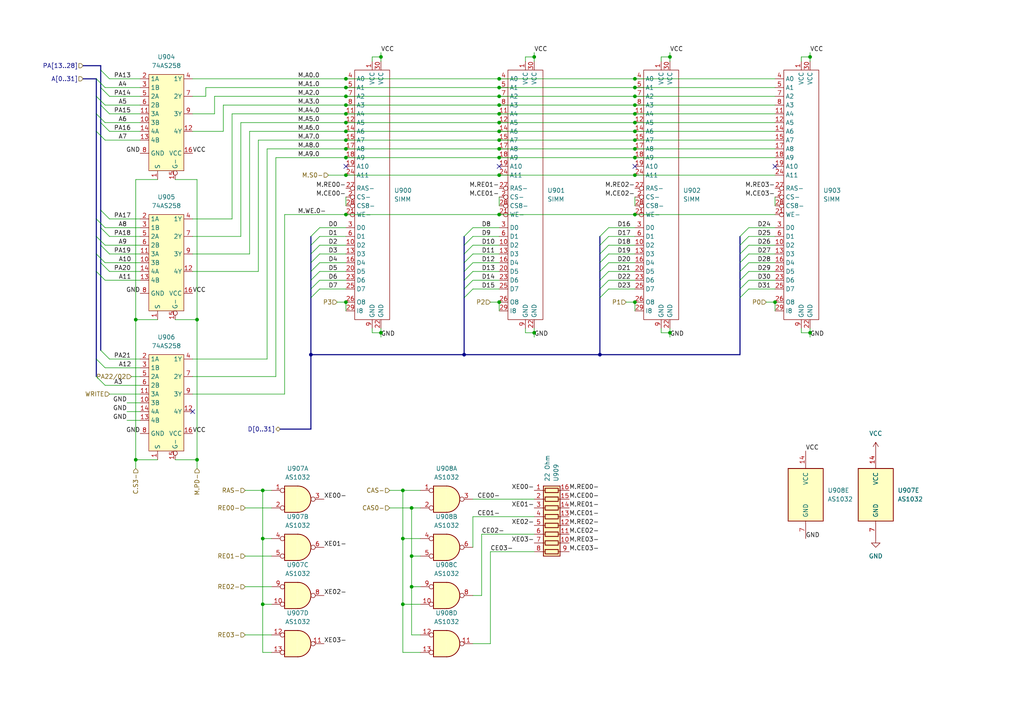
<source format=kicad_sch>
(kicad_sch (version 20231120) (generator "eeschema") (generator_version "8.0")
  (paper "A4")
  (title_block (title "SIMMS 0-4MB") (date "2025-03-07") (rev "1"))
  (lib_symbols
    (symbol "Device:R_Pack08" (pin_names (offset 0) hide)
      (property "Reference" "RN" (at -12.7 0 90))
      (property "Value" "R_Pack08" (at 10.16 0 90))
      (symbol "R_Pack08_0_1"
        (rectangle (start -11.43 -2.413) (end 8.89 2.413) (stroke (width 0.254)) (fill (type background)))
        (rectangle (start -10.795 1.905) (end -9.525 -1.905) (stroke (width 0.254)))
        (rectangle (start -8.255 1.905) (end -6.985 -1.905) (stroke (width 0.254)))
        (rectangle (start -5.715 1.905) (end -4.445 -1.905) (stroke (width 0.254)))
        (rectangle (start -3.175 1.905) (end -1.905 -1.905) (stroke (width 0.254)))
        (rectangle (start -0.635 1.905) (end 0.635 -1.905) (stroke (width 0.254)))
        (polyline (pts (xy -10.16 -2.54) (xy -10.16 -1.905)))
        (polyline (pts (xy -10.16 1.905) (xy -10.16 2.54)))
        (polyline (pts (xy -7.62 -2.54) (xy -7.62 -1.905)))
        (polyline (pts (xy -7.62 1.905) (xy -7.62 2.54)))
        (polyline (pts (xy -5.08 -2.54) (xy -5.08 -1.905)))
        (polyline (pts (xy -5.08 1.905) (xy -5.08 2.54)))
        (polyline (pts (xy -2.54 -2.54) (xy -2.54 -1.905)))
        (polyline (pts (xy -2.54 1.905) (xy -2.54 2.54)))
        (polyline (pts (xy 0 -2.54) (xy 0 -1.905)))
        (polyline (pts (xy 0 1.905) (xy 0 2.54)))
        (polyline (pts (xy 2.54 -2.54) (xy 2.54 -1.905)))
        (polyline (pts (xy 2.54 1.905) (xy 2.54 2.54)))
        (polyline (pts (xy 5.08 -2.54) (xy 5.08 -1.905)))
        (polyline (pts (xy 5.08 1.905) (xy 5.08 2.54)))
        (polyline (pts (xy 7.62 -2.54) (xy 7.62 -1.905)))
        (polyline (pts (xy 7.62 1.905) (xy 7.62 2.54)))
        (rectangle (start 1.905 1.905) (end 3.175 -1.905) (stroke (width 0.254)))
        (rectangle (start 4.445 1.905) (end 5.715 -1.905) (stroke (width 0.254)))
        (rectangle (start 6.985 1.905) (end 8.255 -1.905) (stroke (width 0.254)))
      )
      (symbol "R_Pack08_1_1"
        (pin passive line (at -10.16 -5.08 90) (length 2.54) (name "R1.1") (number "1"))
        (pin passive line (at 5.08 5.08 270) (length 2.54) (name "R7.2") (number "10"))
        (pin passive line (at 2.54 5.08 270) (length 2.54) (name "R6.2") (number "11"))
        (pin passive line (at 0 5.08 270) (length 2.54) (name "R5.2") (number "12"))
        (pin passive line (at -2.54 5.08 270) (length 2.54) (name "R4.2") (number "13"))
        (pin passive line (at -5.08 5.08 270) (length 2.54) (name "R3.2") (number "14"))
        (pin passive line (at -7.62 5.08 270) (length 2.54) (name "R2.2") (number "15"))
        (pin passive line (at -10.16 5.08 270) (length 2.54) (name "R1.2") (number "16"))
        (pin passive line (at -7.62 -5.08 90) (length 2.54) (name "R2.1") (number "2"))
        (pin passive line (at -5.08 -5.08 90) (length 2.54) (name "R3.1") (number "3"))
        (pin passive line (at -2.54 -5.08 90) (length 2.54) (name "R4.1") (number "4"))
        (pin passive line (at 0 -5.08 90) (length 2.54) (name "R5.1") (number "5"))
        (pin passive line (at 2.54 -5.08 90) (length 2.54) (name "R6.1") (number "6"))
        (pin passive line (at 5.08 -5.08 90) (length 2.54) (name "R7.1") (number "7"))
        (pin passive line (at 7.62 -5.08 90) (length 2.54) (name "R8.1") (number "8"))
        (pin passive line (at 7.62 5.08 270) (length 2.54) (name "R8.2") (number "9"))
      )
    )
    (symbol "custom:74AS1032" (pin_names (offset 1.016))
      (property "Reference" "U" (at 0 1.27 0))
      (property "Value" "AS1032" (at 0 -1.27 0))
      (symbol "74AS1032_1_1"
        (arc (start 0 -3.81) (mid 3.7934 0) (end 0 3.81) (stroke (width 0.254)) (fill (type background)))
        (polyline (pts (xy 0 3.81) (xy -3.81 3.81) (xy -3.81 -3.81) (xy 0 -3.81)) (stroke (width 0.254)) (fill (type background)))
        (pin input inverted (at -7.62 2.54 0) (length 3.81) (name "~") (number "1"))
        (pin input inverted (at -7.62 -2.54 0) (length 3.81) (name "~") (number "2"))
        (pin output inverted (at 7.62 0 180) (length 3.81) (name "~") (number "3"))
      )
      (symbol "74AS1032_1_2"
        (arc (start -3.81 -3.81) (mid -2.589 0) (end -3.81 3.81) (stroke (width 0.254)))
        (arc (start -0.6096 -3.81) (mid 2.1842 -2.5851) (end 3.81 0) (stroke (width 0.254)) (fill (type background)))
        (polyline (pts (xy -3.81 -3.81) (xy -0.635 -3.81)) (stroke (width 0.254)) (fill (type background)))
        (polyline (pts (xy -3.81 3.81) (xy -0.635 3.81)) (stroke (width 0.254)) (fill (type background)))
        (polyline (pts (xy -0.635 3.81) (xy -3.81 3.81) (xy -3.81 3.81) (xy -3.556 3.4036) (xy -3.0226 2.2606) (xy -2.6924 1.0414) (xy -2.6162 -0.254) (xy -2.7686 -1.4986) (xy -3.175 -2.7178) (xy -3.81 -3.81) (xy -3.81 -3.81) (xy -0.635 -3.81)) (stroke (width -25.4)) (fill (type background)))
        (arc (start 3.81 0) (mid 2.1915 2.5936) (end -0.6096 3.81) (stroke (width 0.254)) (fill (type background)))
        (pin input inverted (at -7.62 2.54 0) (length 4.318) (name "~") (number "1"))
        (pin input inverted (at -7.62 -2.54 0) (length 4.318) (name "~") (number "2"))
        (pin output line (at 7.62 0 180) (length 3.81) (name "~") (number "3"))
      )
      (symbol "74AS1032_2_1"
        (arc (start 0 -3.81) (mid 3.7934 0) (end 0 3.81) (stroke (width 0.254)) (fill (type background)))
        (polyline (pts (xy 0 3.81) (xy -3.81 3.81) (xy -3.81 -3.81) (xy 0 -3.81)) (stroke (width 0.254)) (fill (type background)))
        (pin input inverted (at -7.62 2.54 0) (length 3.81) (name "~") (number "4"))
        (pin input inverted (at -7.62 -2.54 0) (length 3.81) (name "~") (number "5"))
        (pin output inverted (at 7.62 0 180) (length 3.81) (name "~") (number "6"))
      )
      (symbol "74AS1032_2_2"
        (arc (start -3.81 -3.81) (mid -2.589 0) (end -3.81 3.81) (stroke (width 0.254)))
        (arc (start -0.6096 -3.81) (mid 2.1842 -2.5851) (end 3.81 0) (stroke (width 0.254)) (fill (type background)))
        (polyline (pts (xy -3.81 -3.81) (xy -0.635 -3.81)) (stroke (width 0.254)) (fill (type background)))
        (polyline (pts (xy -3.81 3.81) (xy -0.635 3.81)) (stroke (width 0.254)) (fill (type background)))
        (polyline (pts (xy -0.635 3.81) (xy -3.81 3.81) (xy -3.81 3.81) (xy -3.556 3.4036) (xy -3.0226 2.2606) (xy -2.6924 1.0414) (xy -2.6162 -0.254) (xy -2.7686 -1.4986) (xy -3.175 -2.7178) (xy -3.81 -3.81) (xy -3.81 -3.81) (xy -0.635 -3.81)) (stroke (width -25.4)) (fill (type background)))
        (arc (start 3.81 0) (mid 2.1915 2.5936) (end -0.6096 3.81) (stroke (width 0.254)) (fill (type background)))
        (pin input inverted (at -7.62 2.54 0) (length 4.318) (name "~") (number "4"))
        (pin input inverted (at -7.62 -2.54 0) (length 4.318) (name "~") (number "5"))
        (pin output line (at 7.62 0 180) (length 3.81) (name "~") (number "6"))
      )
      (symbol "74AS1032_3_1"
        (arc (start 0 -3.81) (mid 3.7934 0) (end 0 3.81) (stroke (width 0.254)) (fill (type background)))
        (polyline (pts (xy 0 3.81) (xy -3.81 3.81) (xy -3.81 -3.81) (xy 0 -3.81)) (stroke (width 0.254)) (fill (type background)))
        (pin input inverted (at -7.62 -2.54 0) (length 3.81) (name "~") (number "10"))
        (pin output inverted (at 7.62 0 180) (length 3.81) (name "~") (number "8"))
        (pin input inverted (at -7.62 2.54 0) (length 3.81) (name "~") (number "9"))
      )
      (symbol "74AS1032_3_2"
        (arc (start -3.81 -3.81) (mid -2.589 0) (end -3.81 3.81) (stroke (width 0.254)))
        (arc (start -0.6096 -3.81) (mid 2.1842 -2.5851) (end 3.81 0) (stroke (width 0.254)) (fill (type background)))
        (polyline (pts (xy -3.81 -3.81) (xy -0.635 -3.81)) (stroke (width 0.254)) (fill (type background)))
        (polyline (pts (xy -3.81 3.81) (xy -0.635 3.81)) (stroke (width 0.254)) (fill (type background)))
        (polyline (pts (xy -0.635 3.81) (xy -3.81 3.81) (xy -3.81 3.81) (xy -3.556 3.4036) (xy -3.0226 2.2606) (xy -2.6924 1.0414) (xy -2.6162 -0.254) (xy -2.7686 -1.4986) (xy -3.175 -2.7178) (xy -3.81 -3.81) (xy -3.81 -3.81) (xy -0.635 -3.81)) (stroke (width -25.4)) (fill (type background)))
        (arc (start 3.81 0) (mid 2.1915 2.5936) (end -0.6096 3.81) (stroke (width 0.254)) (fill (type background)))
        (pin input inverted (at -7.62 -2.54 0) (length 4.318) (name "~") (number "10"))
        (pin output line (at 7.62 0 180) (length 3.81) (name "~") (number "8"))
        (pin input inverted (at -7.62 2.54 0) (length 4.318) (name "~") (number "9"))
      )
      (symbol "74AS1032_4_1"
        (arc (start 0 -3.81) (mid 3.7934 0) (end 0 3.81) (stroke (width 0.254)) (fill (type background)))
        (polyline (pts (xy 0 3.81) (xy -3.81 3.81) (xy -3.81 -3.81) (xy 0 -3.81)) (stroke (width 0.254)) (fill (type background)))
        (pin output inverted (at 7.62 0 180) (length 3.81) (name "~") (number "11"))
        (pin input inverted (at -7.62 2.54 0) (length 3.81) (name "~") (number "12"))
        (pin input inverted (at -7.62 -2.54 0) (length 3.81) (name "~") (number "13"))
      )
      (symbol "74AS1032_4_2"
        (arc (start -3.81 -3.81) (mid -2.589 0) (end -3.81 3.81) (stroke (width 0.254)))
        (arc (start -0.6096 -3.81) (mid 2.1842 -2.5851) (end 3.81 0) (stroke (width 0.254)) (fill (type background)))
        (polyline (pts (xy -3.81 -3.81) (xy -0.635 -3.81)) (stroke (width 0.254)) (fill (type background)))
        (polyline (pts (xy -3.81 3.81) (xy -0.635 3.81)) (stroke (width 0.254)) (fill (type background)))
        (polyline (pts (xy -0.635 3.81) (xy -3.81 3.81) (xy -3.81 3.81) (xy -3.556 3.4036) (xy -3.0226 2.2606) (xy -2.6924 1.0414) (xy -2.6162 -0.254) (xy -2.7686 -1.4986) (xy -3.175 -2.7178) (xy -3.81 -3.81) (xy -3.81 -3.81) (xy -0.635 -3.81)) (stroke (width -25.4)) (fill (type background)))
        (arc (start 3.81 0) (mid 2.1915 2.5936) (end -0.6096 3.81) (stroke (width 0.254)) (fill (type background)))
        (pin output line (at 7.62 0 180) (length 3.81) (name "~") (number "11"))
        (pin input inverted (at -7.62 2.54 0) (length 4.318) (name "~") (number "12"))
        (pin input inverted (at -7.62 -2.54 0) (length 4.318) (name "~") (number "13"))
      )
      (symbol "74AS1032_5_0"
        (pin power_in line (at 0 12.7 270) (length 5.08) (name "VCC") (number "14"))
        (pin power_in line (at 0 -12.7 90) (length 5.08) (name "GND") (number "7"))
      )
      (symbol "74AS1032_5_1"
        (rectangle (start -5.08 7.62) (end 5.08 -7.62) (stroke (width 0.254)) (fill (type background)))
      )
    )
    (symbol "custom:74AS258"
      (property "Reference" "U" (at 0 2.286 0))
      (property "Value" "74AS258" (at 0 0 0))
      (symbol "74AS258_1_1"
        (rectangle (start -5.08 -1.27) (end 5.08 -29.21) (fill (type background)))
        (pin input line (at -2.54 -31.75 90) (length 2.54) (name "S") (number "1"))
        (pin input line (at -7.62 -15.24 0) (length 2.54) (name "3B") (number "10"))
        (pin input line (at -7.62 -12.7 0) (length 2.54) (name "3A") (number "11"))
        (pin output line (at 7.62 -17.78 180) (length 2.54) (name "4Y") (number "12"))
        (pin input line (at -7.62 -20.32 0) (length 2.54) (name "4B") (number "13"))
        (pin input line (at -7.62 -17.78 0) (length 2.54) (name "4A") (number "14"))
        (pin input inverted (at 2.54 -31.75 90) (length 2.54) (name "G-") (number "15"))
        (pin power_in line (at 7.62 -24.13 180) (length 2.54) (name "VCC") (number "16"))
        (pin input line (at -7.62 -2.54 0) (length 2.54) (name "1A") (number "2"))
        (pin input line (at -7.62 -5.08 0) (length 2.54) (name "1B") (number "3"))
        (pin output line (at 7.62 -2.54 180) (length 2.54) (name "1Y") (number "4"))
        (pin input line (at -7.62 -7.62 0) (length 2.54) (name "2A") (number "5"))
        (pin input line (at -7.62 -10.16 0) (length 2.54) (name "2B") (number "6"))
        (pin output line (at 7.62 -7.62 180) (length 2.54) (name "2Y") (number "7"))
        (pin power_in line (at -7.62 -24.13 0) (length 2.54) (name "GND") (number "8"))
        (pin output line (at 7.62 -12.7 180) (length 2.54) (name "3Y") (number "9"))
      )
    )
    (symbol "custom:SIMM_30"
      (property "Reference" "U" (at 8.382 -1.27 0))
      (property "Value" "SIMM" (at -1.524 0 0))
      (symbol "SIMM_30_0_1"
        (rectangle (start -2.54 -2.54) (end 7.62 -74.93))
      )
      (symbol "SIMM_30_1_1"
        (pin power_in line (at 2.54 0 270) (length 2.54) (name "VCC") (number "1"))
        (pin bidirectional line (at -5.08 -53.34 0) (length 2.54) (name "D2") (number "10"))
        (pin input line (at -5.08 -15.24 0) (length 2.54) (name "A4") (number "11"))
        (pin input line (at -5.08 -17.78 0) (length 2.54) (name "A5") (number "12"))
        (pin bidirectional line (at -5.08 -55.88 0) (length 2.54) (name "D3") (number "13"))
        (pin input line (at -5.08 -20.32 0) (length 2.54) (name "A6") (number "14"))
        (pin input line (at -5.08 -22.86 0) (length 2.54) (name "A7") (number "15"))
        (pin bidirectional line (at -5.08 -58.42 0) (length 2.54) (name "D4") (number "16"))
        (pin input line (at -5.08 -25.4 0) (length 2.54) (name "A8") (number "17"))
        (pin input line (at -5.08 -27.94 0) (length 2.54) (name "A9") (number "18"))
        (pin input line (at -5.08 -30.48 0) (length 2.54) (name "A10") (number "19"))
        (pin input inverted (at -5.08 -39.37 0) (length 2.54) (name "CS-") (number "2"))
        (pin bidirectional line (at -5.08 -60.96 0) (length 2.54) (name "D5") (number "20"))
        (pin input inverted (at -5.08 -44.45 0) (length 2.54) (name "WE-") (number "21"))
        (pin power_in line (at 5.08 -77.47 90) (length 2.54) (name "GND") (number "22"))
        (pin bidirectional line (at -5.08 -63.5 0) (length 2.54) (name "D6") (number "23"))
        (pin input line (at -5.08 -33.02 0) (length 2.54) (name "A11") (number "24"))
        (pin bidirectional line (at -5.08 -66.04 0) (length 2.54) (name "D7") (number "25"))
        (pin output line (at -5.08 -69.85 0) (length 2.54) (name "O8") (number "26"))
        (pin input inverted (at -5.08 -36.83 0) (length 2.54) (name "RAS-") (number "27"))
        (pin input inverted (at -5.08 -41.91 0) (length 2.54) (name "CS8-") (number "28"))
        (pin input line (at -5.08 -72.39 0) (length 2.54) (name "I8") (number "29"))
        (pin bidirectional line (at -5.08 -48.26 0) (length 2.54) (name "D0") (number "3"))
        (pin power_in line (at 5.08 0 270) (length 2.54) (name "VCC") (number "30"))
        (pin input line (at -5.08 -5.08 0) (length 2.54) (name "A0") (number "4"))
        (pin input line (at -5.08 -7.62 0) (length 2.54) (name "A1") (number "5"))
        (pin bidirectional line (at -5.08 -50.8 0) (length 2.54) (name "D1") (number "6"))
        (pin input line (at -5.08 -10.16 0) (length 2.54) (name "A2") (number "7"))
        (pin input line (at -5.08 -12.7 0) (length 2.54) (name "A3") (number "8"))
        (pin power_in line (at 2.54 -77.47 90) (length 2.54) (name "GND") (number "9"))
      )
    )
    (symbol "power:GND" (power) (pin_numbers hide) (pin_names (offset 0) hide)
      (property "Value" "GND" (at 0 -3.81 0))
      (symbol "GND_0_1"
        (polyline (pts (xy 0 0) (xy 0 -1.27) (xy 1.27 -1.27) (xy 0 -2.54) (xy -1.27 -1.27) (xy 0 -1.27)))
      )
      (symbol "GND_1_1"
        (pin power_in line (at 0 0 270) (length 0) (name "~") (number "1"))
      )
    )
    (symbol "power:VCC" (power) (pin_numbers hide) (pin_names (offset 0) hide)
      (property "Value" "VCC" (at 0 3.556 0))
      (symbol "VCC_0_1"
        (polyline (pts (xy -0.762 1.27) (xy 0 2.54)))
        (polyline (pts (xy 0 0) (xy 0 2.54)))
        (polyline (pts (xy 0 2.54) (xy 0.762 1.27)))
      )
      (symbol "VCC_1_1"
        (pin power_in line (at 0 0 90) (length 0) (name "~") (number "1"))
      )
    )
  )
  (junction (at 100.33 87.63))
  (junction (at 144.78 40.64))
  (junction (at 100.33 40.64))
  (junction (at 144.78 25.4))
  (junction (at 154.94 16.51))
  (junction (at 184.15 50.8))
  (junction (at 144.78 30.48))
  (junction (at 57.15 92.71))
  (junction (at 76.2 175.26))
  (junction (at 119.38 161.29))
  (junction (at 100.33 35.56))
  (junction (at 110.49 96.52))
  (junction (at 39.37 133.35))
  (junction (at 144.78 35.56))
  (junction (at 110.49 16.51))
  (junction (at 184.15 62.23))
  (junction (at 234.95 16.51))
  (junction (at 144.78 33.02))
  (junction (at 173.99 102.87))
  (junction (at 144.78 22.86))
  (junction (at 144.78 45.72))
  (junction (at 184.15 43.18))
  (junction (at 100.33 27.94))
  (junction (at 144.78 87.63))
  (junction (at 100.33 62.23))
  (junction (at 100.33 22.86))
  (junction (at 116.84 175.26))
  (junction (at 76.2 142.24))
  (junction (at 184.15 45.72))
  (junction (at 39.37 92.71))
  (junction (at 100.33 30.48))
  (junction (at 119.38 147.32))
  (junction (at 144.78 50.8))
  (junction (at 184.15 30.48))
  (junction (at 184.15 40.64))
  (junction (at 184.15 87.63))
  (junction (at 184.15 27.94))
  (junction (at 194.31 96.52))
  (junction (at 144.78 38.1))
  (junction (at 100.33 33.02))
  (junction (at 194.31 16.51))
  (junction (at 100.33 25.4))
  (junction (at 116.84 156.21))
  (junction (at 116.84 142.24))
  (junction (at 154.94 96.52))
  (junction (at 234.95 96.52))
  (junction (at 119.38 170.18))
  (junction (at 184.15 22.86))
  (junction (at 134.62 102.87))
  (junction (at 100.33 45.72))
  (junction (at 144.78 43.18))
  (junction (at 184.15 38.1))
  (junction (at 57.15 133.35))
  (junction (at 184.15 33.02))
  (junction (at 100.33 43.18))
  (junction (at 224.79 87.63))
  (junction (at 184.15 25.4))
  (junction (at 100.33 38.1))
  (junction (at 100.33 50.8))
  (junction (at 144.78 27.94))
  (junction (at 144.78 62.23))
  (junction (at 76.2 156.21))
  (junction (at 90.17 102.87))
  (junction (at 184.15 35.56))
  (no_connect (at 224.79 48.26))
  (no_connect (at 55.88 119.38))
  (no_connect (at 100.33 48.26))
  (no_connect (at 184.15 48.26))
  (no_connect (at 144.78 48.26))
  (bus_entry (at 214.63 71.12) (size 2.54 -2.54))
  (bus_entry (at 27.94 27.94) (size 2.54 2.54))
  (bus_entry (at 134.62 71.12) (size 2.54 -2.54))
  (bus_entry (at 214.63 78.74) (size 2.54 -2.54))
  (bus_entry (at 134.62 86.36) (size 2.54 -2.54))
  (bus_entry (at 90.17 73.66) (size 2.54 -2.54))
  (bus_entry (at 134.62 83.82) (size 2.54 -2.54))
  (bus_entry (at 173.99 78.74) (size 2.54 -2.54))
  (bus_entry (at 214.63 81.28) (size 2.54 -2.54))
  (bus_entry (at 173.99 73.66) (size 2.54 -2.54))
  (bus_entry (at 29.21 30.48) (size 2.54 2.54))
  (bus_entry (at 29.21 76.2) (size 2.54 2.54))
  (bus_entry (at 134.62 76.2) (size 2.54 -2.54))
  (bus_entry (at 90.17 68.58) (size 2.54 -2.54))
  (bus_entry (at 90.17 81.28) (size 2.54 -2.54))
  (bus_entry (at 27.94 73.66) (size 2.54 2.54))
  (bus_entry (at 173.99 86.36) (size 2.54 -2.54))
  (bus_entry (at 27.94 68.58) (size 2.54 2.54))
  (bus_entry (at 29.21 71.12) (size 2.54 2.54))
  (bus_entry (at 27.94 104.14) (size 2.54 2.54))
  (bus_entry (at 134.62 78.74) (size 2.54 -2.54))
  (bus_entry (at 214.63 73.66) (size 2.54 -2.54))
  (bus_entry (at 90.17 83.82) (size 2.54 -2.54))
  (bus_entry (at 214.63 86.36) (size 2.54 -2.54))
  (bus_entry (at 134.62 73.66) (size 2.54 -2.54))
  (bus_entry (at 173.99 83.82) (size 2.54 -2.54))
  (bus_entry (at 29.21 25.4) (size 2.54 2.54))
  (bus_entry (at 173.99 68.58) (size 2.54 -2.54))
  (bus_entry (at 27.94 38.1) (size 2.54 2.54))
  (bus_entry (at 27.94 33.02) (size 2.54 2.54))
  (bus_entry (at 29.21 60.96) (size 2.54 2.54))
  (bus_entry (at 27.94 78.74) (size 2.54 2.54))
  (bus_entry (at 29.21 35.56) (size 2.54 2.54))
  (bus_entry (at 29.21 20.32) (size 2.54 2.54))
  (bus_entry (at 214.63 76.2) (size 2.54 -2.54))
  (bus_entry (at 90.17 76.2) (size 2.54 -2.54))
  (bus_entry (at 90.17 78.74) (size 2.54 -2.54))
  (bus_entry (at 214.63 83.82) (size 2.54 -2.54))
  (bus_entry (at 27.94 22.86) (size 2.54 2.54))
  (bus_entry (at 27.94 109.22) (size 2.54 2.54))
  (bus_entry (at 173.99 81.28) (size 2.54 -2.54))
  (bus_entry (at 29.21 66.04) (size 2.54 2.54))
  (bus_entry (at 90.17 71.12) (size 2.54 -2.54))
  (bus_entry (at 90.17 86.36) (size 2.54 -2.54))
  (bus_entry (at 173.99 76.2) (size 2.54 -2.54))
  (bus_entry (at 214.63 68.58) (size 2.54 -2.54))
  (bus_entry (at 134.62 68.58) (size 2.54 -2.54))
  (bus_entry (at 27.94 63.5) (size 2.54 2.54))
  (bus_entry (at 134.62 81.28) (size 2.54 -2.54))
  (bus_entry (at 173.99 71.12) (size 2.54 -2.54))
  (bus_entry (at 29.21 101.6) (size 2.54 2.54))
  (bus (pts (xy 134.62 86.36) (xy 134.62 102.87)))
  (wire (pts (xy 144.78 57.15) (xy 144.78 59.69)))
  (wire (pts (xy 100.33 40.64) (xy 144.78 40.64)))
  (bus (pts (xy 214.63 73.66) (xy 214.63 76.2)))
  (bus (pts (xy 29.21 25.4) (xy 29.21 20.32)))
  (wire (pts (xy 64.77 30.48) (xy 100.33 30.48)))
  (wire (pts (xy 76.2 175.26) (xy 76.2 189.23)))
  (wire (pts (xy 232.41 16.51) (xy 234.95 16.51)))
  (wire (pts (xy 69.85 68.58) (xy 69.85 35.56)))
  (wire (pts (xy 217.17 68.58) (xy 224.79 68.58)))
  (wire (pts (xy 191.77 96.52) (xy 194.31 96.52)))
  (wire (pts (xy 176.53 73.66) (xy 184.15 73.66)))
  (wire (pts (xy 92.71 68.58) (xy 100.33 68.58)))
  (wire (pts (xy 176.53 68.58) (xy 184.15 68.58)))
  (wire (pts (xy 76.2 142.24) (xy 78.74 142.24)))
  (wire (pts (xy 116.84 175.26) (xy 121.92 175.26)))
  (bus (pts (xy 27.94 104.14) (xy 27.94 78.74)))
  (wire (pts (xy 144.78 30.48) (xy 184.15 30.48)))
  (wire (pts (xy 144.78 33.02) (xy 184.15 33.02)))
  (wire (pts (xy 62.23 33.02) (xy 62.23 27.94)))
  (wire (pts (xy 95.25 50.8) (xy 100.33 50.8)))
  (wire (pts (xy 30.48 81.28) (xy 40.64 81.28)))
  (wire (pts (xy 217.17 71.12) (xy 224.79 71.12)))
  (wire (pts (xy 139.7 172.72) (xy 139.7 154.94)))
  (wire (pts (xy 142.24 186.69) (xy 142.24 160.02)))
  (wire (pts (xy 137.16 158.75) (xy 137.16 149.86)))
  (wire (pts (xy 97.79 87.63) (xy 100.33 87.63)))
  (wire (pts (xy 107.95 16.51) (xy 110.49 16.51)))
  (bus (pts (xy 29.21 35.56) (xy 29.21 30.48)))
  (wire (pts (xy 92.71 73.66) (xy 100.33 73.66)))
  (wire (pts (xy 31.75 73.66) (xy 40.64 73.66)))
  (wire (pts (xy 100.33 38.1) (xy 144.78 38.1)))
  (bus (pts (xy 27.94 109.22) (xy 27.94 104.14)))
  (wire (pts (xy 100.33 27.94) (xy 144.78 27.94)))
  (wire (pts (xy 137.16 76.2) (xy 144.78 76.2)))
  (bus (pts (xy 134.62 73.66) (xy 134.62 76.2)))
  (wire (pts (xy 137.16 78.74) (xy 144.78 78.74)))
  (wire (pts (xy 234.95 96.52) (xy 234.95 97.79)))
  (wire (pts (xy 57.15 52.07) (xy 57.15 92.71)))
  (wire (pts (xy 100.33 50.8) (xy 144.78 50.8)))
  (wire (pts (xy 71.12 170.18) (xy 78.74 170.18)))
  (bus (pts (xy 27.94 38.1) (xy 27.94 33.02)))
  (wire (pts (xy 76.2 142.24) (xy 76.2 156.21)))
  (bus (pts (xy 134.62 76.2) (xy 134.62 78.74)))
  (bus (pts (xy 173.99 78.74) (xy 173.99 81.28)))
  (wire (pts (xy 30.48 111.76) (xy 40.64 111.76)))
  (bus (pts (xy 214.63 68.58) (xy 214.63 71.12)))
  (wire (pts (xy 194.31 16.51) (xy 194.31 17.78)))
  (wire (pts (xy 55.88 63.5) (xy 67.31 63.5)))
  (bus (pts (xy 134.62 81.28) (xy 134.62 83.82)))
  (wire (pts (xy 71.12 184.15) (xy 78.74 184.15)))
  (wire (pts (xy 176.53 66.04) (xy 184.15 66.04)))
  (wire (pts (xy 72.39 38.1) (xy 100.33 38.1)))
  (bus (pts (xy 29.21 101.6) (xy 29.21 76.2)))
  (wire (pts (xy 30.48 106.68) (xy 40.64 106.68)))
  (bus (pts (xy 29.21 66.04) (xy 29.21 60.96)))
  (wire (pts (xy 176.53 83.82) (xy 184.15 83.82)))
  (wire (pts (xy 184.15 33.02) (xy 224.79 33.02)))
  (wire (pts (xy 224.79 57.15) (xy 224.79 59.69)))
  (wire (pts (xy 144.78 40.64) (xy 184.15 40.64)))
  (wire (pts (xy 232.41 96.52) (xy 234.95 96.52)))
  (wire (pts (xy 217.17 83.82) (xy 224.79 83.82)))
  (bus (pts (xy 90.17 81.28) (xy 90.17 83.82)))
  (wire (pts (xy 31.75 114.3) (xy 40.64 114.3)))
  (wire (pts (xy 184.15 22.86) (xy 224.79 22.86)))
  (bus (pts (xy 81.28 124.46) (xy 90.17 124.46)))
  (wire (pts (xy 82.55 114.3) (xy 82.55 62.23)))
  (wire (pts (xy 176.53 78.74) (xy 184.15 78.74)))
  (bus (pts (xy 24.13 22.86) (xy 27.94 22.86)))
  (wire (pts (xy 36.83 121.92) (xy 40.64 121.92)))
  (wire (pts (xy 55.88 104.14) (xy 77.47 104.14)))
  (wire (pts (xy 55.88 38.1) (xy 64.77 38.1)))
  (wire (pts (xy 119.38 184.15) (xy 121.92 184.15)))
  (wire (pts (xy 184.15 40.64) (xy 224.79 40.64)))
  (wire (pts (xy 137.16 66.04) (xy 144.78 66.04)))
  (wire (pts (xy 144.78 62.23) (xy 184.15 62.23)))
  (wire (pts (xy 184.15 45.72) (xy 224.79 45.72)))
  (wire (pts (xy 57.15 92.71) (xy 50.8 92.71)))
  (wire (pts (xy 217.17 81.28) (xy 224.79 81.28)))
  (wire (pts (xy 217.17 73.66) (xy 224.79 73.66)))
  (bus (pts (xy 29.21 60.96) (xy 29.21 35.56)))
  (wire (pts (xy 137.16 186.69) (xy 142.24 186.69)))
  (bus (pts (xy 173.99 102.87) (xy 214.63 102.87)))
  (wire (pts (xy 39.37 92.71) (xy 39.37 133.35)))
  (wire (pts (xy 144.78 50.8) (xy 184.15 50.8)))
  (bus (pts (xy 134.62 68.58) (xy 134.62 71.12)))
  (bus (pts (xy 90.17 68.58) (xy 90.17 71.12)))
  (wire (pts (xy 184.15 43.18) (xy 224.79 43.18)))
  (wire (pts (xy 139.7 154.94) (xy 154.94 154.94)))
  (bus (pts (xy 173.99 76.2) (xy 173.99 78.74)))
  (wire (pts (xy 74.93 40.64) (xy 100.33 40.64)))
  (wire (pts (xy 116.84 175.26) (xy 116.84 189.23)))
  (wire (pts (xy 76.2 189.23) (xy 78.74 189.23)))
  (wire (pts (xy 144.78 22.86) (xy 184.15 22.86)))
  (wire (pts (xy 92.71 66.04) (xy 100.33 66.04)))
  (wire (pts (xy 184.15 87.63) (xy 184.15 90.17)))
  (wire (pts (xy 217.17 76.2) (xy 224.79 76.2)))
  (wire (pts (xy 184.15 27.94) (xy 224.79 27.94)))
  (wire (pts (xy 55.88 68.58) (xy 69.85 68.58)))
  (wire (pts (xy 31.75 27.94) (xy 40.64 27.94)))
  (wire (pts (xy 72.39 73.66) (xy 72.39 38.1)))
  (bus (pts (xy 134.62 102.87) (xy 173.99 102.87)))
  (wire (pts (xy 59.69 27.94) (xy 59.69 25.4)))
  (wire (pts (xy 113.03 147.32) (xy 119.38 147.32)))
  (wire (pts (xy 76.2 175.26) (xy 78.74 175.26)))
  (bus (pts (xy 214.63 71.12) (xy 214.63 73.66)))
  (wire (pts (xy 137.16 149.86) (xy 154.94 149.86)))
  (wire (pts (xy 55.88 109.22) (xy 80.01 109.22)))
  (wire (pts (xy 59.69 25.4) (xy 100.33 25.4)))
  (wire (pts (xy 30.48 30.48) (xy 40.64 30.48)))
  (bus (pts (xy 27.94 68.58) (xy 27.94 63.5)))
  (wire (pts (xy 116.84 142.24) (xy 116.84 156.21)))
  (wire (pts (xy 144.78 38.1) (xy 184.15 38.1)))
  (wire (pts (xy 55.88 33.02) (xy 62.23 33.02)))
  (bus (pts (xy 90.17 86.36) (xy 90.17 102.87)))
  (wire (pts (xy 137.16 81.28) (xy 144.78 81.28)))
  (wire (pts (xy 39.37 133.35) (xy 39.37 135.89)))
  (bus (pts (xy 90.17 73.66) (xy 90.17 76.2)))
  (wire (pts (xy 119.38 161.29) (xy 121.92 161.29)))
  (wire (pts (xy 137.16 172.72) (xy 139.7 172.72)))
  (wire (pts (xy 76.2 156.21) (xy 78.74 156.21)))
  (wire (pts (xy 152.4 16.51) (xy 154.94 16.51)))
  (wire (pts (xy 110.49 95.25) (xy 110.49 96.52)))
  (wire (pts (xy 152.4 17.78) (xy 152.4 16.51)))
  (wire (pts (xy 100.33 25.4) (xy 144.78 25.4)))
  (wire (pts (xy 234.95 16.51) (xy 234.95 17.78)))
  (wire (pts (xy 76.2 156.21) (xy 76.2 175.26)))
  (bus (pts (xy 27.94 78.74) (xy 27.94 73.66)))
  (wire (pts (xy 31.75 33.02) (xy 40.64 33.02)))
  (bus (pts (xy 27.94 27.94) (xy 27.94 22.86)))
  (wire (pts (xy 107.95 17.78) (xy 107.95 16.51)))
  (bus (pts (xy 29.21 20.32) (xy 29.21 19.05)))
  (bus (pts (xy 90.17 102.87) (xy 134.62 102.87)))
  (wire (pts (xy 64.77 38.1) (xy 64.77 30.48)))
  (bus (pts (xy 29.21 30.48) (xy 29.21 25.4)))
  (wire (pts (xy 137.16 144.78) (xy 154.94 144.78)))
  (wire (pts (xy 144.78 35.56) (xy 184.15 35.56)))
  (wire (pts (xy 234.95 95.25) (xy 234.95 96.52)))
  (wire (pts (xy 100.33 45.72) (xy 144.78 45.72)))
  (wire (pts (xy 55.88 114.3) (xy 82.55 114.3)))
  (wire (pts (xy 191.77 16.51) (xy 194.31 16.51)))
  (wire (pts (xy 71.12 142.24) (xy 76.2 142.24)))
  (bus (pts (xy 27.94 63.5) (xy 27.94 38.1)))
  (wire (pts (xy 77.47 104.14) (xy 77.47 43.18)))
  (wire (pts (xy 119.38 147.32) (xy 119.38 161.29)))
  (wire (pts (xy 154.94 16.51) (xy 154.94 17.78)))
  (wire (pts (xy 39.37 52.07) (xy 39.37 92.71)))
  (wire (pts (xy 144.78 45.72) (xy 184.15 45.72)))
  (wire (pts (xy 31.75 104.14) (xy 40.64 104.14)))
  (wire (pts (xy 31.75 68.58) (xy 40.64 68.58)))
  (wire (pts (xy 110.49 16.51) (xy 110.49 17.78)))
  (wire (pts (xy 137.16 71.12) (xy 144.78 71.12)))
  (wire (pts (xy 92.71 83.82) (xy 100.33 83.82)))
  (wire (pts (xy 116.84 156.21) (xy 116.84 175.26)))
  (wire (pts (xy 38.1 109.22) (xy 40.64 109.22)))
  (wire (pts (xy 39.37 133.35) (xy 45.72 133.35)))
  (wire (pts (xy 80.01 109.22) (xy 80.01 45.72)))
  (wire (pts (xy 100.33 33.02) (xy 144.78 33.02)))
  (wire (pts (xy 119.38 170.18) (xy 121.92 170.18)))
  (bus (pts (xy 134.62 83.82) (xy 134.62 86.36)))
  (wire (pts (xy 144.78 27.94) (xy 184.15 27.94)))
  (wire (pts (xy 30.48 40.64) (xy 40.64 40.64)))
  (wire (pts (xy 119.38 170.18) (xy 119.38 184.15)))
  (wire (pts (xy 57.15 92.71) (xy 57.15 133.35)))
  (wire (pts (xy 71.12 147.32) (xy 78.74 147.32)))
  (bus (pts (xy 90.17 78.74) (xy 90.17 81.28)))
  (wire (pts (xy 50.8 52.07) (xy 57.15 52.07)))
  (wire (pts (xy 144.78 87.63) (xy 144.78 90.17)))
  (wire (pts (xy 184.15 57.15) (xy 184.15 59.69)))
  (wire (pts (xy 110.49 15.24) (xy 110.49 16.51)))
  (bus (pts (xy 173.99 71.12) (xy 173.99 73.66)))
  (wire (pts (xy 184.15 30.48) (xy 224.79 30.48)))
  (wire (pts (xy 30.48 35.56) (xy 40.64 35.56)))
  (bus (pts (xy 27.94 33.02) (xy 27.94 27.94)))
  (wire (pts (xy 107.95 96.52) (xy 110.49 96.52)))
  (wire (pts (xy 184.15 50.8) (xy 224.79 50.8)))
  (wire (pts (xy 92.71 78.74) (xy 100.33 78.74)))
  (wire (pts (xy 71.12 161.29) (xy 78.74 161.29)))
  (bus (pts (xy 214.63 76.2) (xy 214.63 78.74)))
  (bus (pts (xy 134.62 71.12) (xy 134.62 73.66)))
  (bus (pts (xy 29.21 71.12) (xy 29.21 66.04)))
  (wire (pts (xy 57.15 133.35) (xy 50.8 133.35)))
  (wire (pts (xy 100.33 22.86) (xy 144.78 22.86)))
  (wire (pts (xy 116.84 189.23) (xy 121.92 189.23)))
  (wire (pts (xy 31.75 22.86) (xy 40.64 22.86)))
  (wire (pts (xy 100.33 62.23) (xy 144.78 62.23)))
  (wire (pts (xy 30.48 66.04) (xy 40.64 66.04)))
  (wire (pts (xy 142.24 160.02) (xy 154.94 160.02)))
  (bus (pts (xy 90.17 102.87) (xy 90.17 124.46)))
  (wire (pts (xy 57.15 133.35) (xy 57.15 135.89)))
  (wire (pts (xy 137.16 83.82) (xy 144.78 83.82)))
  (wire (pts (xy 30.48 76.2) (xy 40.64 76.2)))
  (wire (pts (xy 232.41 95.25) (xy 232.41 96.52)))
  (wire (pts (xy 232.41 17.78) (xy 232.41 16.51)))
  (wire (pts (xy 194.31 15.24) (xy 194.31 16.51)))
  (wire (pts (xy 92.71 76.2) (xy 100.33 76.2)))
  (wire (pts (xy 80.01 45.72) (xy 100.33 45.72)))
  (wire (pts (xy 176.53 71.12) (xy 184.15 71.12)))
  (wire (pts (xy 100.33 43.18) (xy 144.78 43.18)))
  (wire (pts (xy 67.31 63.5) (xy 67.31 33.02)))
  (bus (pts (xy 173.99 81.28) (xy 173.99 83.82)))
  (wire (pts (xy 176.53 81.28) (xy 184.15 81.28)))
  (bus (pts (xy 29.21 76.2) (xy 29.21 71.12)))
  (wire (pts (xy 45.72 52.07) (xy 39.37 52.07)))
  (wire (pts (xy 184.15 35.56) (xy 224.79 35.56)))
  (wire (pts (xy 30.48 71.12) (xy 40.64 71.12)))
  (wire (pts (xy 116.84 156.21) (xy 121.92 156.21)))
  (bus (pts (xy 214.63 83.82) (xy 214.63 86.36)))
  (wire (pts (xy 154.94 96.52) (xy 154.94 97.79)))
  (wire (pts (xy 191.77 95.25) (xy 191.77 96.52)))
  (bus (pts (xy 134.62 78.74) (xy 134.62 81.28)))
  (wire (pts (xy 144.78 25.4) (xy 184.15 25.4)))
  (wire (pts (xy 36.83 116.84) (xy 40.64 116.84)))
  (wire (pts (xy 31.75 38.1) (xy 40.64 38.1)))
  (wire (pts (xy 82.55 62.23) (xy 100.33 62.23)))
  (wire (pts (xy 110.49 96.52) (xy 110.49 97.79)))
  (bus (pts (xy 214.63 86.36) (xy 214.63 102.87)))
  (wire (pts (xy 55.88 22.86) (xy 100.33 22.86)))
  (wire (pts (xy 154.94 15.24) (xy 154.94 16.51)))
  (wire (pts (xy 184.15 62.23) (xy 224.79 62.23)))
  (wire (pts (xy 31.75 78.74) (xy 40.64 78.74)))
  (wire (pts (xy 100.33 57.15) (xy 100.33 59.69)))
  (wire (pts (xy 100.33 30.48) (xy 144.78 30.48)))
  (wire (pts (xy 36.83 119.38) (xy 40.64 119.38)))
  (bus (pts (xy 173.99 68.58) (xy 173.99 71.12)))
  (wire (pts (xy 194.31 96.52) (xy 194.31 97.79)))
  (wire (pts (xy 62.23 27.94) (xy 100.33 27.94)))
  (wire (pts (xy 100.33 35.56) (xy 144.78 35.56)))
  (wire (pts (xy 77.47 43.18) (xy 100.33 43.18)))
  (wire (pts (xy 119.38 147.32) (xy 121.92 147.32)))
  (wire (pts (xy 144.78 43.18) (xy 184.15 43.18)))
  (bus (pts (xy 90.17 76.2) (xy 90.17 78.74)))
  (wire (pts (xy 31.75 63.5) (xy 40.64 63.5)))
  (wire (pts (xy 137.16 68.58) (xy 144.78 68.58)))
  (wire (pts (xy 92.71 81.28) (xy 100.33 81.28)))
  (wire (pts (xy 107.95 95.25) (xy 107.95 96.52)))
  (wire (pts (xy 184.15 38.1) (xy 224.79 38.1)))
  (wire (pts (xy 55.88 73.66) (xy 72.39 73.66)))
  (wire (pts (xy 30.48 25.4) (xy 40.64 25.4)))
  (wire (pts (xy 137.16 73.66) (xy 144.78 73.66)))
  (wire (pts (xy 194.31 95.25) (xy 194.31 96.52)))
  (wire (pts (xy 154.94 95.25) (xy 154.94 96.52)))
  (wire (pts (xy 142.24 87.63) (xy 144.78 87.63)))
  (wire (pts (xy 152.4 96.52) (xy 154.94 96.52)))
  (wire (pts (xy 191.77 17.78) (xy 191.77 16.51)))
  (wire (pts (xy 119.38 161.29) (xy 119.38 170.18)))
  (wire (pts (xy 222.25 87.63) (xy 224.79 87.63)))
  (wire (pts (xy 92.71 71.12) (xy 100.33 71.12)))
  (wire (pts (xy 113.03 142.24) (xy 116.84 142.24)))
  (wire (pts (xy 224.79 87.63) (xy 224.79 90.17)))
  (bus (pts (xy 90.17 83.82) (xy 90.17 86.36)))
  (wire (pts (xy 234.95 15.24) (xy 234.95 16.51)))
  (wire (pts (xy 74.93 78.74) (xy 74.93 40.64)))
  (wire (pts (xy 152.4 95.25) (xy 152.4 96.52)))
  (bus (pts (xy 214.63 78.74) (xy 214.63 81.28)))
  (wire (pts (xy 184.15 25.4) (xy 224.79 25.4)))
  (wire (pts (xy 69.85 35.56) (xy 100.33 35.56)))
  (wire (pts (xy 217.17 78.74) (xy 224.79 78.74)))
  (wire (pts (xy 176.53 76.2) (xy 184.15 76.2)))
  (wire (pts (xy 181.61 87.63) (xy 184.15 87.63)))
  (bus (pts (xy 173.99 83.82) (xy 173.99 86.36)))
  (wire (pts (xy 55.88 27.94) (xy 59.69 27.94)))
  (bus (pts (xy 24.13 19.05) (xy 29.21 19.05)))
  (bus (pts (xy 214.63 81.28) (xy 214.63 83.82)))
  (bus (pts (xy 27.94 73.66) (xy 27.94 68.58)))
  (wire (pts (xy 39.37 92.71) (xy 45.72 92.71)))
  (bus (pts (xy 173.99 73.66) (xy 173.99 76.2)))
  (bus (pts (xy 90.17 71.12) (xy 90.17 73.66)))
  (wire (pts (xy 55.88 78.74) (xy 74.93 78.74)))
  (wire (pts (xy 217.17 66.04) (xy 224.79 66.04)))
  (wire (pts (xy 100.33 87.63) (xy 100.33 90.17)))
  (wire (pts (xy 67.31 33.02) (xy 100.33 33.02)))
  (wire (pts (xy 116.84 142.24) (xy 121.92 142.24)))
  (bus (pts (xy 173.99 86.36) (xy 173.99 102.87)))
  (label "M.WE.0-" (at 86.36 62.23 0))
  (label "CE01-" (at 138.43 149.86 0))
  (label "D0" (at 95.25 66.04 0))
  (label "M.A5.0" (at 86.36 35.56 0))
  (label "M.RE01-" (at 165.1 147.32 0))
  (label "XE00-" (at 93.98 144.78 0))
  (label "A9" (at 36.83 71.12 180))
  (label "VCC" (at 55.88 125.73 0))
  (label "A5" (at 36.83 30.48 180))
  (label "GND" (at 110.49 97.79 0))
  (label "M.CE03-" (at 224.79 57.15 180))
  (label "A10" (at 38.1 76.2 180))
  (label "D13" (at 139.7 78.74 0))
  (label "GND" (at 154.94 97.79 0))
  (label "M.RE03-" (at 165.1 157.48 0))
  (label "D19" (at 179.07 73.66 0))
  (label "M.A3.0" (at 86.36 30.48 0))
  (label "D14" (at 139.7 81.28 0))
  (label "GND" (at 36.83 121.92 180))
  (label "VCC" (at 55.88 44.45 0))
  (label "A6" (at 36.83 35.56 180))
  (label "A4" (at 36.83 25.4 180))
  (label "D24" (at 219.71 66.04 0))
  (label "PA21" (at 33.02 104.14 0))
  (label "D1" (at 95.25 68.58 0))
  (label "M.A1.0" (at 86.36 25.4 0))
  (label "A12" (at 38.1 106.68 180))
  (label "PA18" (at 33.02 68.58 0))
  (label "M.A2.0" (at 86.36 27.94 0))
  (label "D28" (at 219.71 76.2 0))
  (label "GND" (at 40.64 125.73 180))
  (label "XE01-" (at 93.98 158.75 0))
  (label "D10" (at 139.7 71.12 0))
  (label "VCC" (at 154.94 15.24 0))
  (label "D5" (at 95.25 78.74 0))
  (label "D30" (at 219.71 81.28 0))
  (label "M.A0.0" (at 86.36 22.86 0))
  (label "XE02-" (at 93.98 172.72 0))
  (label "VCC" (at 110.49 15.24 0))
  (label "M.CE01-" (at 144.78 57.15 180))
  (label "XE03-" (at 93.98 186.69 0))
  (label "D16" (at 179.07 66.04 0))
  (label "M.A7.0" (at 86.36 40.64 0))
  (label "A11" (at 38.1 81.28 180))
  (label "D6" (at 95.25 81.28 0))
  (label "D27" (at 219.71 73.66 0))
  (label "GND" (at 36.83 116.84 180))
  (label "D15" (at 139.7 83.82 0))
  (label "D12" (at 139.7 76.2 0))
  (label "VCC" (at 55.88 85.09 0))
  (label "GND" (at 194.31 97.79 0))
  (label "M.A8.0" (at 86.36 43.18 0))
  (label "D7" (at 95.25 83.82 0))
  (label "CE03-" (at 142.24 160.02 0))
  (label "XE00-" (at 154.94 142.24 180))
  (label "D9" (at 139.7 68.58 0))
  (label "M.RE02-" (at 165.1 152.4 0))
  (label "D4" (at 95.25 76.2 0))
  (label "D31" (at 219.71 83.82 0))
  (label "M.CE00-" (at 100.33 57.15 180))
  (label "M.CE02-" (at 165.1 154.94 0))
  (label "PA14" (at 33.02 27.94 0))
  (label "GND" (at 234.95 97.79 0))
  (label "M.RE00-" (at 100.33 54.61 180))
  (label "PA19" (at 33.02 73.66 0))
  (label "M.CE01-" (at 165.1 149.86 0))
  (label "D2" (at 95.25 71.12 0))
  (label "A3" (at 35.56 111.76 180))
  (label "D18" (at 179.07 71.12 0))
  (label "XE01-" (at 154.94 147.32 180))
  (label "M.RE02-" (at 184.15 54.61 180))
  (label "D22" (at 179.07 81.28 0))
  (label "M.A4.0" (at 86.36 33.02 0))
  (label "M.CE00-" (at 165.1 144.78 0))
  (label "PA20" (at 33.02 78.74 0))
  (label "D3" (at 95.25 73.66 0))
  (label "D8" (at 139.7 66.04 0))
  (label "D29" (at 219.71 78.74 0))
  (label "M.A6.0" (at 86.36 38.1 0))
  (label "D26" (at 219.71 71.12 0))
  (label "GND" (at 36.83 119.38 180))
  (label "CE00-" (at 138.43 144.78 0))
  (label "PA16" (at 33.02 38.1 0))
  (label "PA15" (at 33.02 33.02 0))
  (label "VCC" (at 194.31 15.24 0))
  (label "M.CE02-" (at 184.15 57.15 180))
  (label "VCC" (at 234.95 15.24 0))
  (label "M.CE03-" (at 165.1 160.02 0))
  (label "M.RE03-" (at 224.79 54.61 180))
  (label "VCC" (at 233.68 130.81 0))
  (label "D23" (at 179.07 83.82 0))
  (label "D17" (at 179.07 68.58 0))
  (label "A8" (at 36.83 66.04 180))
  (label "GND" (at 40.64 85.09 180))
  (label "XE03-" (at 154.94 157.48 180))
  (label "D21" (at 179.07 78.74 0))
  (label "D20" (at 179.07 76.2 0))
  (label "XE02-" (at 154.94 152.4 180))
  (label "PA17" (at 33.02 63.5 0))
  (label "CE02-" (at 139.7 154.94 0))
  (label "D11" (at 139.7 73.66 0))
  (label "GND" (at 40.64 44.45 180))
  (label "M.RE01-" (at 144.78 54.61 180))
  (label "GND" (at 233.68 156.21 0))
  (label "D25" (at 219.71 68.58 0))
  (label "M.A9.0" (at 86.36 45.72 0))
  (label "A7" (at 36.83 40.64 180))
  (label "PA13" (at 33.02 22.86 0))
  (label "M.RE00-" (at 165.1 142.24 0))
  (hierarchical_label "M.PD-" (shape input) (at 57.15 135.89 270))
  (hierarchical_label "RAS-" (shape input) (at 71.12 142.24 180))
  (hierarchical_label "WRITE" (shape input) (at 31.75 114.3 180))
  (hierarchical_label "CAS0-" (shape input) (at 113.03 147.32 180))
  (hierarchical_label "RE01-" (shape input) (at 71.12 161.29 180))
  (hierarchical_label "A[0..31]" (shape input) (at 24.13 22.86 180))
  (hierarchical_label "P2" (shape input) (at 142.24 87.63 180))
  (hierarchical_label "P0" (shape input) (at 222.25 87.63 180))
  (hierarchical_label "CAS-" (shape input) (at 113.03 142.24 180))
  (hierarchical_label "M.S0-" (shape input) (at 95.25 50.8 180))
  (hierarchical_label "PA[13..28]" (shape input) (at 24.13 19.05 180))
  (hierarchical_label "RE03-" (shape input) (at 71.12 184.15 180))
  (hierarchical_label "PA22{slash}02" (shape input) (at 38.1 109.22 180))
  (hierarchical_label "P3" (shape input) (at 97.79 87.63 180))
  (hierarchical_label "RE00-" (shape input) (at 71.12 147.32 180))
  (hierarchical_label "C.S3-" (shape input) (at 39.37 135.89 270))
  (hierarchical_label "D[0..31]" (shape bidirectional) (at 81.28 124.46 180))
  (hierarchical_label "P1" (shape input) (at 181.61 87.63 180))
  (hierarchical_label "RE02-" (shape input) (at 71.12 170.18 180))
  (symbol (lib_id "custom:74AS1032") (at 129.54 144.78 0) (unit 1)
    (property "Reference" "U908" (at 129.5317 135.89 0))
    (property "Value" "AS1032" (at 129.5317 138.43 0))
    (property "Footprint" "Package_DIP:DIP-14_W7.62mm" (effects (hide yes)))
    (property "Datasheet" "https://www.ti.com/lit/ds/sdas072b/sdas072b.pdf" (effects (hide yes)))
    (property "Description" "quad 2-input OR buffer/driver" (effects (hide yes)))
  )
  (symbol (lib_id "Device:R_Pack08") (at 160.02 152.4 270) (unit 1)
    (property "Reference" "U909" (at 161.2901 139.7 0) (effects (justify right)))
    (property "Value" "22 Ohm" (at 158.7501 139.7 0) (effects (justify right)))
    (property "Footprint" "Package_DIP:DIP-16_W7.62mm" (effects (hide yes)))
    (property "Description" "8 resistor network, parallel topology" (effects (hide yes)))
  )
  (symbol (lib_id "custom:74AS1032") (at 86.36 186.69 0) (unit 4)
    (property "Reference" "U907" (at 86.3517 177.8 0))
    (property "Value" "AS1032" (at 86.3517 180.34 0))
    (property "Footprint" "Package_DIP:DIP-14_W7.62mm" (effects (hide yes)))
    (property "Datasheet" "https://www.ti.com/lit/ds/sdas072b/sdas072b.pdf" (effects (hide yes)))
    (property "Description" "quad 2-input OR buffer/driver" (effects (hide yes)))
  )
  (symbol (lib_id "power:GND") (at 254 156.21 0) (unit 1)
    (property "Reference" "#PWR018" (effects (hide yes)))
    (property "Value" "GND" (at 254 161.29 0))
    (property "Description" "Power symbol creates a global label with name \"GND\" , ground" (effects (hide yes)))
  )
  (symbol (lib_id "custom:SIMM_30") (at 189.23 17.78 0) (unit 1)
    (property "Reference" "U902" (at 198.12 55.2449 0) (effects (justify left)))
    (property "Value" "SIMM" (at 198.12 57.7849 0) (effects (justify left)))
    (property "Footprint" "Connector_PinHeader_2.54mm:PinHeader_1x30_P2.54mm_Vertical" (effects (hide yes)))
  )
  (symbol (lib_id "custom:74AS1032") (at 86.36 158.75 0) (unit 2)
    (property "Reference" "U907" (at 86.3517 149.86 0))
    (property "Value" "AS1032" (at 86.3517 152.4 0))
    (property "Footprint" "Package_DIP:DIP-14_W7.62mm" (effects (hide yes)))
    (property "Datasheet" "https://www.ti.com/lit/ds/sdas072b/sdas072b.pdf" (effects (hide yes)))
    (property "Description" "quad 2-input OR buffer/driver" (effects (hide yes)))
  )
  (symbol (lib_id "custom:74AS1032") (at 129.54 172.72 0) (unit 3)
    (property "Reference" "U908" (at 129.5317 163.83 0))
    (property "Value" "AS1032" (at 129.5317 166.37 0))
    (property "Footprint" "Package_DIP:DIP-14_W7.62mm" (effects (hide yes)))
    (property "Datasheet" "https://www.ti.com/lit/ds/sdas072b/sdas072b.pdf" (effects (hide yes)))
    (property "Description" "quad 2-input OR buffer/driver" (effects (hide yes)))
  )
  (symbol (lib_id "custom:SIMM_30") (at 229.87 17.78 0) (unit 1)
    (property "Reference" "U903" (at 238.76 55.2449 0) (effects (justify left)))
    (property "Value" "SIMM" (at 238.76 57.7849 0) (effects (justify left)))
    (property "Footprint" "Connector_PinHeader_2.54mm:PinHeader_1x30_P2.54mm_Vertical" (effects (hide yes)))
  )
  (symbol (lib_id "custom:74AS258") (at 48.26 20.32 0) (unit 1)
    (property "Reference" "U904" (at 48.26 16.51 0))
    (property "Value" "74AS258" (at 48.26 19.05 0))
    (property "Footprint" "Package_DIP:DIP-16_W7.62mm" (effects (hide yes)))
  )
  (symbol (lib_id "custom:74AS1032") (at 129.54 158.75 0) (unit 2)
    (property "Reference" "U908" (at 129.5317 149.86 0))
    (property "Value" "AS1032" (at 129.5317 152.4 0))
    (property "Footprint" "Package_DIP:DIP-14_W7.62mm" (effects (hide yes)))
    (property "Datasheet" "https://www.ti.com/lit/ds/sdas072b/sdas072b.pdf" (effects (hide yes)))
    (property "Description" "quad 2-input OR buffer/driver" (effects (hide yes)))
  )
  (symbol (lib_id "custom:74AS1032") (at 233.68 143.51 0) (unit 5)
    (property "Reference" "U908" (at 240.03 142.2399 0) (effects (justify left)))
    (property "Value" "AS1032" (at 240.03 144.7799 0) (effects (justify left)))
    (property "Footprint" "Package_DIP:DIP-14_W7.62mm" (effects (hide yes)))
    (property "Datasheet" "https://www.ti.com/lit/ds/sdas072b/sdas072b.pdf" (effects (hide yes)))
    (property "Description" "quad 2-input OR buffer/driver" (effects (hide yes)))
  )
  (symbol (lib_id "custom:74AS1032") (at 254 143.51 0) (unit 5)
    (property "Reference" "U907" (at 260.35 142.2399 0) (effects (justify left)))
    (property "Value" "AS1032" (at 260.35 144.7799 0) (effects (justify left)))
    (property "Footprint" "Package_DIP:DIP-14_W7.62mm" (effects (hide yes)))
    (property "Datasheet" "https://www.ti.com/lit/ds/sdas072b/sdas072b.pdf" (effects (hide yes)))
    (property "Description" "quad 2-input OR buffer/driver" (effects (hide yes)))
  )
  (symbol (lib_id "custom:74AS258") (at 48.26 60.96 0) (unit 1)
    (property "Reference" "U905" (at 48.26 57.15 0))
    (property "Value" "74AS258" (at 48.26 59.69 0))
    (property "Footprint" "Package_DIP:DIP-16_W7.62mm" (effects (hide yes)))
  )
  (symbol (lib_id "power:VCC") (at 254 130.81 0) (unit 1)
    (property "Reference" "#PWR019" (effects (hide yes)))
    (property "Value" "VCC" (at 254 125.73 0))
    (property "Description" "Power symbol creates a global label with name \"VCC\"" (effects (hide yes)))
  )
  (symbol (lib_id "custom:74AS258") (at 48.26 101.6 0) (unit 1)
    (property "Reference" "U906" (at 48.26 97.79 0))
    (property "Value" "74AS258" (at 48.26 100.33 0))
    (property "Footprint" "Package_DIP:DIP-16_W7.62mm" (effects (hide yes)))
  )
  (symbol (lib_id "custom:SIMM_30") (at 149.86 17.78 0) (unit 1)
    (property "Reference" "U901" (at 158.75 55.2449 0) (effects (justify left)))
    (property "Value" "SIMM" (at 158.75 57.7849 0) (effects (justify left)))
    (property "Footprint" "Connector_PinHeader_2.54mm:PinHeader_1x30_P2.54mm_Vertical" (effects (hide yes)))
  )
  (symbol (lib_id "custom:74AS1032") (at 129.54 186.69 0) (unit 4)
    (property "Reference" "U908" (at 129.5317 177.8 0))
    (property "Value" "AS1032" (at 129.5317 180.34 0))
    (property "Footprint" "Package_DIP:DIP-14_W7.62mm" (effects (hide yes)))
    (property "Datasheet" "https://www.ti.com/lit/ds/sdas072b/sdas072b.pdf" (effects (hide yes)))
    (property "Description" "quad 2-input OR buffer/driver" (effects (hide yes)))
  )
  (symbol (lib_id "custom:74AS1032") (at 86.36 172.72 0) (unit 3)
    (property "Reference" "U907" (at 86.3517 163.83 0))
    (property "Value" "AS1032" (at 86.3517 166.37 0))
    (property "Footprint" "Package_DIP:DIP-14_W7.62mm" (effects (hide yes)))
    (property "Datasheet" "https://www.ti.com/lit/ds/sdas072b/sdas072b.pdf" (effects (hide yes)))
    (property "Description" "quad 2-input OR buffer/driver" (effects (hide yes)))
  )
  (symbol (lib_id "custom:74AS1032") (at 86.36 144.78 0) (unit 1)
    (property "Reference" "U907" (at 86.36 135.89 0))
    (property "Value" "AS1032" (at 86.3517 138.43 0))
    (property "Footprint" "Package_DIP:DIP-14_W7.62mm" (effects (hide yes)))
    (property "Datasheet" "https://www.ti.com/lit/ds/sdas072b/sdas072b.pdf" (effects (hide yes)))
    (property "Description" "quad 2-input OR buffer/driver" (effects (hide yes)))
  )
  (symbol (lib_id "custom:SIMM_30") (at 105.41 17.78 0) (unit 1)
    (property "Reference" "U900" (at 114.3 55.2449 0) (effects (justify left)))
    (property "Value" "SIMM" (at 114.3 57.7849 0) (effects (justify left)))
    (property "Footprint" "Connector_PinHeader_2.54mm:PinHeader_1x30_P2.54mm_Vertical" (effects (hide yes)))
  )
)
</source>
